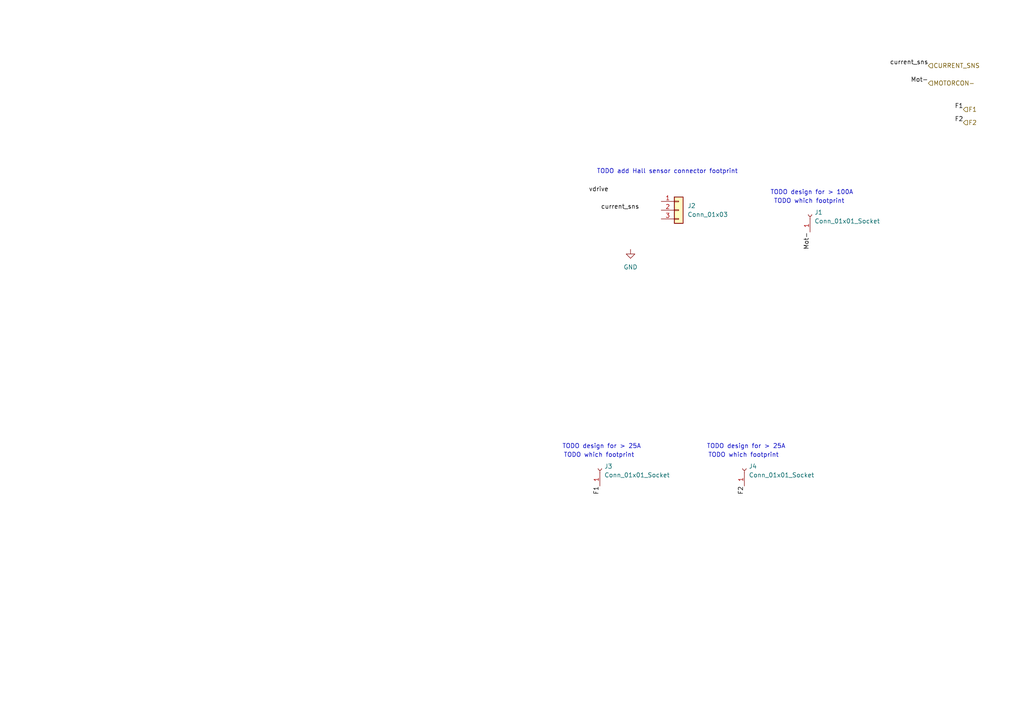
<source format=kicad_sch>
(kicad_sch
	(version 20250114)
	(generator "eeschema")
	(generator_version "9.0")
	(uuid "d49dcc90-dca9-462e-b8d3-f3a9fde0f50e")
	(paper "A4")
	(lib_symbols
		(symbol "Connector:Conn_01x01_Socket"
			(pin_names
				(offset 1.016)
				(hide yes)
			)
			(exclude_from_sim no)
			(in_bom yes)
			(on_board yes)
			(property "Reference" "J"
				(at 0 2.54 0)
				(effects
					(font
						(size 1.27 1.27)
					)
				)
			)
			(property "Value" "Conn_01x01_Socket"
				(at 0 -2.54 0)
				(effects
					(font
						(size 1.27 1.27)
					)
				)
			)
			(property "Footprint" ""
				(at 0 0 0)
				(effects
					(font
						(size 1.27 1.27)
					)
					(hide yes)
				)
			)
			(property "Datasheet" "~"
				(at 0 0 0)
				(effects
					(font
						(size 1.27 1.27)
					)
					(hide yes)
				)
			)
			(property "Description" "Generic connector, single row, 01x01, script generated"
				(at 0 0 0)
				(effects
					(font
						(size 1.27 1.27)
					)
					(hide yes)
				)
			)
			(property "ki_locked" ""
				(at 0 0 0)
				(effects
					(font
						(size 1.27 1.27)
					)
				)
			)
			(property "ki_keywords" "connector"
				(at 0 0 0)
				(effects
					(font
						(size 1.27 1.27)
					)
					(hide yes)
				)
			)
			(property "ki_fp_filters" "Connector*:*_1x??_*"
				(at 0 0 0)
				(effects
					(font
						(size 1.27 1.27)
					)
					(hide yes)
				)
			)
			(symbol "Conn_01x01_Socket_1_1"
				(polyline
					(pts
						(xy -1.27 0) (xy -0.508 0)
					)
					(stroke
						(width 0.1524)
						(type default)
					)
					(fill
						(type none)
					)
				)
				(arc
					(start 0 -0.508)
					(mid -0.5058 0)
					(end 0 0.508)
					(stroke
						(width 0.1524)
						(type default)
					)
					(fill
						(type none)
					)
				)
				(pin passive line
					(at -5.08 0 0)
					(length 3.81)
					(name "Pin_1"
						(effects
							(font
								(size 1.27 1.27)
							)
						)
					)
					(number "1"
						(effects
							(font
								(size 1.27 1.27)
							)
						)
					)
				)
			)
			(embedded_fonts no)
		)
		(symbol "Connector_Generic:Conn_01x03"
			(pin_names
				(offset 1.016)
				(hide yes)
			)
			(exclude_from_sim no)
			(in_bom yes)
			(on_board yes)
			(property "Reference" "J"
				(at 0 5.08 0)
				(effects
					(font
						(size 1.27 1.27)
					)
				)
			)
			(property "Value" "Conn_01x03"
				(at 0 -5.08 0)
				(effects
					(font
						(size 1.27 1.27)
					)
				)
			)
			(property "Footprint" ""
				(at 0 0 0)
				(effects
					(font
						(size 1.27 1.27)
					)
					(hide yes)
				)
			)
			(property "Datasheet" "~"
				(at 0 0 0)
				(effects
					(font
						(size 1.27 1.27)
					)
					(hide yes)
				)
			)
			(property "Description" "Generic connector, single row, 01x03, script generated (kicad-library-utils/schlib/autogen/connector/)"
				(at 0 0 0)
				(effects
					(font
						(size 1.27 1.27)
					)
					(hide yes)
				)
			)
			(property "ki_keywords" "connector"
				(at 0 0 0)
				(effects
					(font
						(size 1.27 1.27)
					)
					(hide yes)
				)
			)
			(property "ki_fp_filters" "Connector*:*_1x??_*"
				(at 0 0 0)
				(effects
					(font
						(size 1.27 1.27)
					)
					(hide yes)
				)
			)
			(symbol "Conn_01x03_1_1"
				(rectangle
					(start -1.27 3.81)
					(end 1.27 -3.81)
					(stroke
						(width 0.254)
						(type default)
					)
					(fill
						(type background)
					)
				)
				(rectangle
					(start -1.27 2.667)
					(end 0 2.413)
					(stroke
						(width 0.1524)
						(type default)
					)
					(fill
						(type none)
					)
				)
				(rectangle
					(start -1.27 0.127)
					(end 0 -0.127)
					(stroke
						(width 0.1524)
						(type default)
					)
					(fill
						(type none)
					)
				)
				(rectangle
					(start -1.27 -2.413)
					(end 0 -2.667)
					(stroke
						(width 0.1524)
						(type default)
					)
					(fill
						(type none)
					)
				)
				(pin passive line
					(at -5.08 2.54 0)
					(length 3.81)
					(name "Pin_1"
						(effects
							(font
								(size 1.27 1.27)
							)
						)
					)
					(number "1"
						(effects
							(font
								(size 1.27 1.27)
							)
						)
					)
				)
				(pin passive line
					(at -5.08 0 0)
					(length 3.81)
					(name "Pin_2"
						(effects
							(font
								(size 1.27 1.27)
							)
						)
					)
					(number "2"
						(effects
							(font
								(size 1.27 1.27)
							)
						)
					)
				)
				(pin passive line
					(at -5.08 -2.54 0)
					(length 3.81)
					(name "Pin_3"
						(effects
							(font
								(size 1.27 1.27)
							)
						)
					)
					(number "3"
						(effects
							(font
								(size 1.27 1.27)
							)
						)
					)
				)
			)
			(embedded_fonts no)
		)
		(symbol "power:GND"
			(power)
			(pin_numbers
				(hide yes)
			)
			(pin_names
				(offset 0)
				(hide yes)
			)
			(exclude_from_sim no)
			(in_bom yes)
			(on_board yes)
			(property "Reference" "#PWR"
				(at 0 -6.35 0)
				(effects
					(font
						(size 1.27 1.27)
					)
					(hide yes)
				)
			)
			(property "Value" "GND"
				(at 0 -3.81 0)
				(effects
					(font
						(size 1.27 1.27)
					)
				)
			)
			(property "Footprint" ""
				(at 0 0 0)
				(effects
					(font
						(size 1.27 1.27)
					)
					(hide yes)
				)
			)
			(property "Datasheet" ""
				(at 0 0 0)
				(effects
					(font
						(size 1.27 1.27)
					)
					(hide yes)
				)
			)
			(property "Description" "Power symbol creates a global label with name \"GND\" , ground"
				(at 0 0 0)
				(effects
					(font
						(size 1.27 1.27)
					)
					(hide yes)
				)
			)
			(property "ki_keywords" "global power"
				(at 0 0 0)
				(effects
					(font
						(size 1.27 1.27)
					)
					(hide yes)
				)
			)
			(symbol "GND_0_1"
				(polyline
					(pts
						(xy 0 0) (xy 0 -1.27) (xy 1.27 -1.27) (xy 0 -2.54) (xy -1.27 -1.27) (xy 0 -1.27)
					)
					(stroke
						(width 0)
						(type default)
					)
					(fill
						(type none)
					)
				)
			)
			(symbol "GND_1_1"
				(pin power_in line
					(at 0 0 270)
					(length 0)
					(name "~"
						(effects
							(font
								(size 1.27 1.27)
							)
						)
					)
					(number "1"
						(effects
							(font
								(size 1.27 1.27)
							)
						)
					)
				)
			)
			(embedded_fonts no)
		)
	)
	(text "TODO which footprint"
		(exclude_from_sim no)
		(at 173.736 132.08 0)
		(effects
			(font
				(size 1.27 1.27)
			)
		)
		(uuid "4e63a0e6-b89b-4fdb-9126-57ec27f632c8")
	)
	(text "TODO add Hall sensor connector footprint"
		(exclude_from_sim no)
		(at 193.548 49.784 0)
		(effects
			(font
				(size 1.27 1.27)
			)
		)
		(uuid "51690f36-8144-4425-b325-8870c281cf05")
	)
	(text "TODO which footprint"
		(exclude_from_sim no)
		(at 234.696 58.42 0)
		(effects
			(font
				(size 1.27 1.27)
			)
		)
		(uuid "5c544497-d31b-4272-9ebe-8805b7accdff")
	)
	(text "TODO which footprint"
		(exclude_from_sim no)
		(at 215.646 132.08 0)
		(effects
			(font
				(size 1.27 1.27)
			)
		)
		(uuid "ca61838e-eca9-4c4c-828b-00e713f3a244")
	)
	(text "TODO design for > 100A"
		(exclude_from_sim no)
		(at 235.458 55.88 0)
		(effects
			(font
				(size 1.27 1.27)
			)
		)
		(uuid "d01f35dd-f16a-4cbd-8b35-ca96152c9bd6")
	)
	(text "TODO design for > 25A"
		(exclude_from_sim no)
		(at 216.408 129.54 0)
		(effects
			(font
				(size 1.27 1.27)
			)
		)
		(uuid "d871fdad-b9e7-4eca-af1b-69675fee737a")
	)
	(text "TODO design for > 25A"
		(exclude_from_sim no)
		(at 174.498 129.54 0)
		(effects
			(font
				(size 1.27 1.27)
			)
		)
		(uuid "e8925fd6-02bc-4372-8063-d53db3f992fa")
	)
	(label "current_sns"
		(at 269.24 19.05 180)
		(effects
			(font
				(size 1.27 1.27)
			)
			(justify right bottom)
		)
		(uuid "16fe75a5-6bb7-47e6-8e32-831a8fe469cc")
	)
	(label "vdrive"
		(at 176.53 55.88 180)
		(effects
			(font
				(size 1.27 1.27)
			)
			(justify right bottom)
		)
		(uuid "638de794-d72a-47f8-96be-5aaf82d5abc1")
	)
	(label "Mot-"
		(at 234.95 67.31 270)
		(effects
			(font
				(size 1.27 1.27)
			)
			(justify right bottom)
		)
		(uuid "7d03f4bb-29f6-420f-8158-37ab1c6454a3")
	)
	(label "F1"
		(at 173.99 140.97 270)
		(effects
			(font
				(size 1.27 1.27)
			)
			(justify right bottom)
		)
		(uuid "7f337b81-0cf7-455e-b49a-80398062f1f6")
	)
	(label "Mot-"
		(at 269.24 24.13 180)
		(effects
			(font
				(size 1.27 1.27)
			)
			(justify right bottom)
		)
		(uuid "85530675-944a-4d86-bcec-555c9d2f6928")
	)
	(label "F2"
		(at 279.4 35.56 180)
		(effects
			(font
				(size 1.27 1.27)
			)
			(justify right bottom)
		)
		(uuid "909417bb-5f00-4d7b-9986-0eb2670c5522")
	)
	(label "F1"
		(at 279.4 31.75 180)
		(effects
			(font
				(size 1.27 1.27)
			)
			(justify right bottom)
		)
		(uuid "dca06007-96cf-4e27-9968-c212601bc193")
	)
	(label "current_sns"
		(at 185.42 60.96 180)
		(effects
			(font
				(size 1.27 1.27)
			)
			(justify right bottom)
		)
		(uuid "df5f7a7d-da12-4b64-80fe-c3ec591a8abd")
	)
	(label "F2"
		(at 215.9 140.97 270)
		(effects
			(font
				(size 1.27 1.27)
			)
			(justify right bottom)
		)
		(uuid "e19aef84-b0ef-4174-90d2-9aa987ebd390")
	)
	(hierarchical_label "MOTORCON-"
		(shape input)
		(at 269.24 24.13 0)
		(effects
			(font
				(size 1.27 1.27)
			)
			(justify left)
		)
		(uuid "1305a2d0-2bee-404f-b45b-cddece0a5cfd")
	)
	(hierarchical_label "CURRENT_SNS"
		(shape input)
		(at 269.24 19.05 0)
		(effects
			(font
				(size 1.27 1.27)
			)
			(justify left)
		)
		(uuid "9a4a2049-96f6-4a5d-aca1-5e676dc4cee7")
	)
	(hierarchical_label "F1"
		(shape input)
		(at 279.4 31.75 0)
		(effects
			(font
				(size 1.27 1.27)
			)
			(justify left)
		)
		(uuid "a3e53685-dc5e-4f01-9c3c-47f9a2af2580")
	)
	(hierarchical_label "F2"
		(shape input)
		(at 279.4 35.56 0)
		(effects
			(font
				(size 1.27 1.27)
			)
			(justify left)
		)
		(uuid "e7289618-bf3e-4b28-9580-982993e16172")
	)
	(symbol
		(lib_id "Connector:Conn_01x01_Socket")
		(at 234.95 62.23 90)
		(unit 1)
		(exclude_from_sim no)
		(in_bom yes)
		(on_board yes)
		(dnp no)
		(fields_autoplaced yes)
		(uuid "1d417a0f-cda8-404d-a92a-169965d02725")
		(property "Reference" "J1"
			(at 236.22 61.5949 90)
			(effects
				(font
					(size 1.27 1.27)
				)
				(justify right)
			)
		)
		(property "Value" "Conn_01x01_Socket"
			(at 236.22 64.1349 90)
			(effects
				(font
					(size 1.27 1.27)
				)
				(justify right)
			)
		)
		(property "Footprint" ""
			(at 234.95 62.23 0)
			(effects
				(font
					(size 1.27 1.27)
				)
				(hide yes)
			)
		)
		(property "Datasheet" "~"
			(at 234.95 62.23 0)
			(effects
				(font
					(size 1.27 1.27)
				)
				(hide yes)
			)
		)
		(property "Description" "Generic connector, single row, 01x01, script generated"
			(at 234.95 62.23 0)
			(effects
				(font
					(size 1.27 1.27)
				)
				(hide yes)
			)
		)
		(pin "1"
			(uuid "a6044d1a-07b5-418b-9e63-e800eddbc381")
		)
		(instances
			(project "BenchTest2_MIC4606"
				(path "/5c5197d3-4aa5-4f8b-b790-1e4b8d49fd62/592b72e5-95a7-493e-b4e9-fc1a8b0156f6"
					(reference "J1")
					(unit 1)
				)
			)
		)
	)
	(symbol
		(lib_id "Connector:Conn_01x01_Socket")
		(at 173.99 135.89 90)
		(unit 1)
		(exclude_from_sim no)
		(in_bom yes)
		(on_board yes)
		(dnp no)
		(fields_autoplaced yes)
		(uuid "398ea96e-e989-470e-8a6e-1fbcdcf7417b")
		(property "Reference" "J3"
			(at 175.26 135.2549 90)
			(effects
				(font
					(size 1.27 1.27)
				)
				(justify right)
			)
		)
		(property "Value" "Conn_01x01_Socket"
			(at 175.26 137.7949 90)
			(effects
				(font
					(size 1.27 1.27)
				)
				(justify right)
			)
		)
		(property "Footprint" ""
			(at 173.99 135.89 0)
			(effects
				(font
					(size 1.27 1.27)
				)
				(hide yes)
			)
		)
		(property "Datasheet" "~"
			(at 173.99 135.89 0)
			(effects
				(font
					(size 1.27 1.27)
				)
				(hide yes)
			)
		)
		(property "Description" "Generic connector, single row, 01x01, script generated"
			(at 173.99 135.89 0)
			(effects
				(font
					(size 1.27 1.27)
				)
				(hide yes)
			)
		)
		(pin "1"
			(uuid "af150115-52c2-4d8d-97ab-5314b5a968c4")
		)
		(instances
			(project "BenchTest2_MIC4606"
				(path "/5c5197d3-4aa5-4f8b-b790-1e4b8d49fd62/592b72e5-95a7-493e-b4e9-fc1a8b0156f6"
					(reference "J3")
					(unit 1)
				)
			)
		)
	)
	(symbol
		(lib_id "Connector_Generic:Conn_01x03")
		(at 196.85 60.96 0)
		(unit 1)
		(exclude_from_sim no)
		(in_bom yes)
		(on_board yes)
		(dnp no)
		(fields_autoplaced yes)
		(uuid "879ec213-25c8-490c-899b-4c9ba9b2a9f6")
		(property "Reference" "J2"
			(at 199.39 59.6899 0)
			(effects
				(font
					(size 1.27 1.27)
				)
				(justify left)
			)
		)
		(property "Value" "Conn_01x03"
			(at 199.39 62.2299 0)
			(effects
				(font
					(size 1.27 1.27)
				)
				(justify left)
			)
		)
		(property "Footprint" ""
			(at 196.85 60.96 0)
			(effects
				(font
					(size 1.27 1.27)
				)
				(hide yes)
			)
		)
		(property "Datasheet" "~"
			(at 196.85 60.96 0)
			(effects
				(font
					(size 1.27 1.27)
				)
				(hide yes)
			)
		)
		(property "Description" "Generic connector, single row, 01x03, script generated (kicad-library-utils/schlib/autogen/connector/)"
			(at 196.85 60.96 0)
			(effects
				(font
					(size 1.27 1.27)
				)
				(hide yes)
			)
		)
		(pin "1"
			(uuid "aaa22469-cb82-4058-a7f4-d60998a071f5")
		)
		(pin "2"
			(uuid "395496d1-1c27-480b-98c3-22c3efca1bb8")
		)
		(pin "3"
			(uuid "d7b0ee7e-f248-47e5-ae03-9d28952eb0b4")
		)
		(instances
			(project "BenchTest2_MIC4606"
				(path "/5c5197d3-4aa5-4f8b-b790-1e4b8d49fd62/592b72e5-95a7-493e-b4e9-fc1a8b0156f6"
					(reference "J2")
					(unit 1)
				)
			)
		)
	)
	(symbol
		(lib_id "Connector:Conn_01x01_Socket")
		(at 215.9 135.89 90)
		(unit 1)
		(exclude_from_sim no)
		(in_bom yes)
		(on_board yes)
		(dnp no)
		(fields_autoplaced yes)
		(uuid "ab0a86fd-d9f7-48ce-877b-4c29bd47d6c0")
		(property "Reference" "J4"
			(at 217.17 135.2549 90)
			(effects
				(font
					(size 1.27 1.27)
				)
				(justify right)
			)
		)
		(property "Value" "Conn_01x01_Socket"
			(at 217.17 137.7949 90)
			(effects
				(font
					(size 1.27 1.27)
				)
				(justify right)
			)
		)
		(property "Footprint" ""
			(at 215.9 135.89 0)
			(effects
				(font
					(size 1.27 1.27)
				)
				(hide yes)
			)
		)
		(property "Datasheet" "~"
			(at 215.9 135.89 0)
			(effects
				(font
					(size 1.27 1.27)
				)
				(hide yes)
			)
		)
		(property "Description" "Generic connector, single row, 01x01, script generated"
			(at 215.9 135.89 0)
			(effects
				(font
					(size 1.27 1.27)
				)
				(hide yes)
			)
		)
		(pin "1"
			(uuid "5fc114ae-ff1a-45d5-bef1-2dce590136fd")
		)
		(instances
			(project "BenchTest2_MIC4606"
				(path "/5c5197d3-4aa5-4f8b-b790-1e4b8d49fd62/592b72e5-95a7-493e-b4e9-fc1a8b0156f6"
					(reference "J4")
					(unit 1)
				)
			)
		)
	)
	(symbol
		(lib_id "power:GND")
		(at 182.88 72.39 0)
		(unit 1)
		(exclude_from_sim no)
		(in_bom yes)
		(on_board yes)
		(dnp no)
		(fields_autoplaced yes)
		(uuid "b1d02492-013d-4a21-982f-d5acc1c0aa22")
		(property "Reference" "#PWR01"
			(at 182.88 78.74 0)
			(effects
				(font
					(size 1.27 1.27)
				)
				(hide yes)
			)
		)
		(property "Value" "GND"
			(at 182.88 77.47 0)
			(effects
				(font
					(size 1.27 1.27)
				)
			)
		)
		(property "Footprint" ""
			(at 182.88 72.39 0)
			(effects
				(font
					(size 1.27 1.27)
				)
				(hide yes)
			)
		)
		(property "Datasheet" ""
			(at 182.88 72.39 0)
			(effects
				(font
					(size 1.27 1.27)
				)
				(hide yes)
			)
		)
		(property "Description" "Power symbol creates a global label with name \"GND\" , ground"
			(at 182.88 72.39 0)
			(effects
				(font
					(size 1.27 1.27)
				)
				(hide yes)
			)
		)
		(pin "1"
			(uuid "bd10c4f8-49be-441d-a04c-a744809c658d")
		)
		(instances
			(project ""
				(path "/5c5197d3-4aa5-4f8b-b790-1e4b8d49fd62/592b72e5-95a7-493e-b4e9-fc1a8b0156f6"
					(reference "#PWR01")
					(unit 1)
				)
			)
		)
	)
)

</source>
